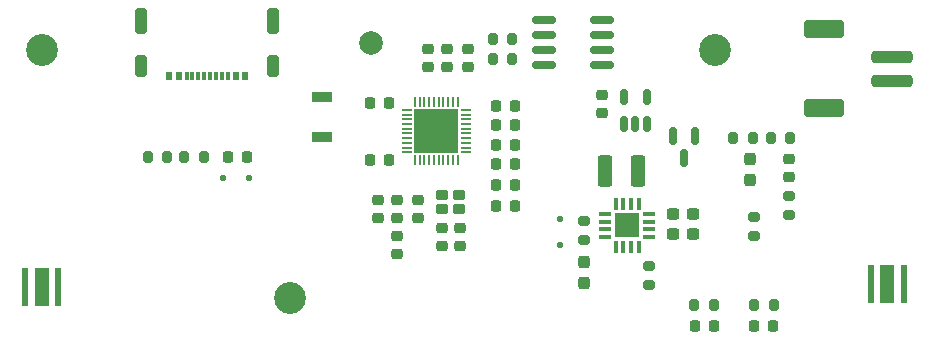
<source format=gbr>
%TF.GenerationSoftware,KiCad,Pcbnew,7.0.2*%
%TF.CreationDate,2023-06-13T00:37:22+02:00*%
%TF.ProjectId,DisplayU_Sisterboard,44697370-6c61-4795-955f-536973746572,rev?*%
%TF.SameCoordinates,Original*%
%TF.FileFunction,Soldermask,Top*%
%TF.FilePolarity,Negative*%
%FSLAX46Y46*%
G04 Gerber Fmt 4.6, Leading zero omitted, Abs format (unit mm)*
G04 Created by KiCad (PCBNEW 7.0.2) date 2023-06-13 00:37:22*
%MOMM*%
%LPD*%
G01*
G04 APERTURE LIST*
G04 Aperture macros list*
%AMRoundRect*
0 Rectangle with rounded corners*
0 $1 Rounding radius*
0 $2 $3 $4 $5 $6 $7 $8 $9 X,Y pos of 4 corners*
0 Add a 4 corners polygon primitive as box body*
4,1,4,$2,$3,$4,$5,$6,$7,$8,$9,$2,$3,0*
0 Add four circle primitives for the rounded corners*
1,1,$1+$1,$2,$3*
1,1,$1+$1,$4,$5*
1,1,$1+$1,$6,$7*
1,1,$1+$1,$8,$9*
0 Add four rect primitives between the rounded corners*
20,1,$1+$1,$2,$3,$4,$5,0*
20,1,$1+$1,$4,$5,$6,$7,0*
20,1,$1+$1,$6,$7,$8,$9,0*
20,1,$1+$1,$8,$9,$2,$3,0*%
%AMFreePoly0*
4,1,17,0.307538,1.085355,0.485355,0.907538,0.500000,0.872183,0.500000,-0.872183,0.485355,-0.907538,0.307538,-1.085355,0.272183,-1.100000,-0.272183,-1.100000,-0.307538,-1.085355,-0.485355,-0.907538,-0.500000,-0.872182,-0.500000,0.872183,-0.485355,0.907538,-0.307538,1.085355,-0.272183,1.100000,0.272183,1.100000,0.307538,1.085355,0.307538,1.085355,$1*%
%AMFreePoly1*
4,1,17,0.307538,0.885355,0.485355,0.707538,0.500000,0.672183,0.500000,-0.672183,0.485355,-0.707538,0.307538,-0.885355,0.272183,-0.900000,-0.272183,-0.900000,-0.307538,-0.885355,-0.485355,-0.707538,-0.500000,-0.672183,-0.500000,0.672183,-0.485355,0.707538,-0.307538,0.885355,-0.272183,0.900000,0.272183,0.900000,0.307538,0.885355,0.307538,0.885355,$1*%
G04 Aperture macros list end*
%ADD10RoundRect,0.225000X0.250000X-0.225000X0.250000X0.225000X-0.250000X0.225000X-0.250000X-0.225000X0*%
%ADD11RoundRect,0.218750X-0.218750X-0.256250X0.218750X-0.256250X0.218750X0.256250X-0.218750X0.256250X0*%
%ADD12RoundRect,0.125000X-0.125000X-0.125000X0.125000X-0.125000X0.125000X0.125000X-0.125000X0.125000X0*%
%ADD13RoundRect,0.225000X-0.250000X0.225000X-0.250000X-0.225000X0.250000X-0.225000X0.250000X0.225000X0*%
%ADD14C,2.700000*%
%ADD15RoundRect,0.200000X0.275000X-0.200000X0.275000X0.200000X-0.275000X0.200000X-0.275000X-0.200000X0*%
%ADD16RoundRect,0.050000X-0.050000X0.337500X-0.050000X-0.337500X0.050000X-0.337500X0.050000X0.337500X0*%
%ADD17RoundRect,0.050000X-0.337500X0.050000X-0.337500X-0.050000X0.337500X-0.050000X0.337500X0.050000X0*%
%ADD18R,3.800000X3.800000*%
%ADD19RoundRect,0.250000X-1.500000X0.250000X-1.500000X-0.250000X1.500000X-0.250000X1.500000X0.250000X0*%
%ADD20RoundRect,0.250001X-1.449999X0.499999X-1.449999X-0.499999X1.449999X-0.499999X1.449999X0.499999X0*%
%ADD21RoundRect,0.200000X0.200000X0.275000X-0.200000X0.275000X-0.200000X-0.275000X0.200000X-0.275000X0*%
%ADD22R,0.540000X0.800000*%
%ADD23R,0.300000X0.800000*%
%ADD24FreePoly0,0.000000*%
%ADD25FreePoly1,0.000000*%
%ADD26RoundRect,0.125000X-0.125000X0.125000X-0.125000X-0.125000X0.125000X-0.125000X0.125000X0.125000X0*%
%ADD27RoundRect,0.150000X-0.825000X-0.150000X0.825000X-0.150000X0.825000X0.150000X-0.825000X0.150000X0*%
%ADD28RoundRect,0.237500X0.300000X0.237500X-0.300000X0.237500X-0.300000X-0.237500X0.300000X-0.237500X0*%
%ADD29RoundRect,0.225000X-0.225000X-0.250000X0.225000X-0.250000X0.225000X0.250000X-0.225000X0.250000X0*%
%ADD30RoundRect,0.237500X-0.237500X0.300000X-0.237500X-0.300000X0.237500X-0.300000X0.237500X0.300000X0*%
%ADD31RoundRect,0.200000X-0.200000X-0.275000X0.200000X-0.275000X0.200000X0.275000X-0.200000X0.275000X0*%
%ADD32RoundRect,0.218750X0.218750X0.256250X-0.218750X0.256250X-0.218750X-0.256250X0.218750X-0.256250X0*%
%ADD33RoundRect,0.102000X-0.373000X-0.323000X0.373000X-0.323000X0.373000X0.323000X-0.373000X0.323000X0*%
%ADD34R,0.500000X3.300000*%
%ADD35R,1.300000X3.300000*%
%ADD36RoundRect,0.200000X-0.275000X0.200000X-0.275000X-0.200000X0.275000X-0.200000X0.275000X0.200000X0*%
%ADD37RoundRect,0.075000X-0.075000X0.462500X-0.075000X-0.462500X0.075000X-0.462500X0.075000X0.462500X0*%
%ADD38RoundRect,0.075000X-0.462500X0.075000X-0.462500X-0.075000X0.462500X-0.075000X0.462500X0.075000X0*%
%ADD39R,2.150000X2.150000*%
%ADD40RoundRect,0.225000X0.225000X0.250000X-0.225000X0.250000X-0.225000X-0.250000X0.225000X-0.250000X0*%
%ADD41RoundRect,0.218750X-0.256250X0.218750X-0.256250X-0.218750X0.256250X-0.218750X0.256250X0.218750X0*%
%ADD42RoundRect,0.218750X0.256250X-0.218750X0.256250X0.218750X-0.256250X0.218750X-0.256250X-0.218750X0*%
%ADD43RoundRect,0.250000X-0.375000X-1.075000X0.375000X-1.075000X0.375000X1.075000X-0.375000X1.075000X0*%
%ADD44C,2.000000*%
%ADD45RoundRect,0.150000X-0.150000X0.587500X-0.150000X-0.587500X0.150000X-0.587500X0.150000X0.587500X0*%
%ADD46RoundRect,0.150000X0.150000X-0.512500X0.150000X0.512500X-0.150000X0.512500X-0.150000X-0.512500X0*%
%ADD47R,1.700000X0.900000*%
G04 APERTURE END LIST*
D10*
%TO.C,C17*%
X-39871000Y-215397500D03*
X-39871000Y-213847500D03*
%TD*%
D11*
%TO.C,L4*%
X-37518200Y-222005400D03*
X-35943200Y-222005400D03*
%TD*%
D12*
%TO.C,D4*%
X-60650000Y-224820000D03*
X-58450000Y-224820000D03*
%TD*%
D13*
%TO.C,C6*%
X-40596000Y-229044000D03*
X-40596000Y-230594000D03*
%TD*%
D14*
%TO.C,REF\u002A\u002A*%
X-19000000Y-214000000D03*
%TD*%
D15*
%TO.C,R12*%
X-30095600Y-230092200D03*
X-30095600Y-228442200D03*
%TD*%
D16*
%TO.C,U1*%
X-40797500Y-218349500D03*
X-41197500Y-218349500D03*
X-41597500Y-218349500D03*
X-41997500Y-218349500D03*
X-42397500Y-218349500D03*
X-42797500Y-218349500D03*
X-43197500Y-218349500D03*
X-43597500Y-218349500D03*
X-43997500Y-218349500D03*
X-44397500Y-218349500D03*
D17*
X-45085000Y-219037000D03*
X-45085000Y-219437000D03*
X-45085000Y-219837000D03*
X-45085000Y-220237000D03*
X-45085000Y-220637000D03*
X-45085000Y-221037000D03*
X-45085000Y-221437000D03*
X-45085000Y-221837000D03*
X-45085000Y-222237000D03*
X-45085000Y-222637000D03*
D16*
X-44397500Y-223324500D03*
X-43997500Y-223324500D03*
X-43597500Y-223324500D03*
X-43197500Y-223324500D03*
X-42797500Y-223324500D03*
X-42397500Y-223324500D03*
X-41997500Y-223324500D03*
X-41597500Y-223324500D03*
X-41197500Y-223324500D03*
X-40797500Y-223324500D03*
D17*
X-40110000Y-222637000D03*
X-40110000Y-222237000D03*
X-40110000Y-221837000D03*
X-40110000Y-221437000D03*
X-40110000Y-221037000D03*
X-40110000Y-220637000D03*
X-40110000Y-220237000D03*
X-40110000Y-219837000D03*
X-40110000Y-219437000D03*
X-40110000Y-219037000D03*
D18*
X-42597500Y-220837000D03*
%TD*%
D19*
%TO.C,J1*%
X-3982600Y-214569800D03*
X-3982600Y-216569800D03*
D20*
X-9732600Y-212219800D03*
X-9732600Y-218919800D03*
%TD*%
D21*
%TO.C,R7*%
X-15824200Y-221437200D03*
X-17474200Y-221437200D03*
%TD*%
D13*
%TO.C,C16*%
X-44121500Y-226653000D03*
X-44121500Y-228203000D03*
%TD*%
D22*
%TO.C,J2*%
X-65191150Y-216200000D03*
X-58791150Y-216200000D03*
X-64391150Y-216200000D03*
X-59591150Y-216200000D03*
D23*
X-60741150Y-216200000D03*
X-61741150Y-216200000D03*
X-62241150Y-216200000D03*
X-63241150Y-216200000D03*
X-63741150Y-216200000D03*
X-62741150Y-216200000D03*
X-61241150Y-216200000D03*
X-60233150Y-216200000D03*
D24*
X-67566450Y-211500000D03*
D25*
X-67566450Y-215300000D03*
D24*
X-56415850Y-211500000D03*
D25*
X-56415550Y-215300000D03*
%TD*%
D21*
%TO.C,R13*%
X-19114000Y-235585000D03*
X-20764000Y-235585000D03*
%TD*%
D26*
%TO.C,D5*%
X-32127600Y-228314200D03*
X-32127600Y-230514200D03*
%TD*%
D14*
%TO.C,REF\u002A\u002A*%
X-55000000Y-235000000D03*
%TD*%
D27*
%TO.C,Q1*%
X-33477700Y-211413600D03*
X-33477700Y-212683600D03*
X-33477700Y-213953600D03*
X-33477700Y-215223600D03*
X-28527700Y-215223600D03*
X-28527700Y-213953600D03*
X-28527700Y-212683600D03*
X-28527700Y-211413600D03*
%TD*%
D28*
%TO.C,C13*%
X-20821100Y-229522700D03*
X-22546100Y-229522700D03*
%TD*%
D29*
%TO.C,C4*%
X-37505700Y-225434400D03*
X-35955700Y-225434400D03*
%TD*%
D21*
%TO.C,R5*%
X-36175000Y-214750000D03*
X-37825000Y-214750000D03*
%TD*%
D29*
%TO.C,C15*%
X-37505700Y-218703400D03*
X-35955700Y-218703400D03*
%TD*%
D30*
%TO.C,C10*%
X-30093800Y-231944500D03*
X-30093800Y-233669500D03*
%TD*%
D31*
%TO.C,R11*%
X-67035000Y-223010000D03*
X-65385000Y-223010000D03*
%TD*%
D32*
%TO.C,D12*%
X-19126000Y-237363000D03*
X-20701000Y-237363000D03*
%TD*%
%TO.C,D10*%
X-14097000Y-237363000D03*
X-15672000Y-237363000D03*
%TD*%
D30*
%TO.C,C14*%
X-16078200Y-223241700D03*
X-16078200Y-224966700D03*
%TD*%
D33*
%TO.C,X1*%
X-42120000Y-227400000D03*
X-40670000Y-227400000D03*
X-40670000Y-226250000D03*
X-42120000Y-226250000D03*
%TD*%
D34*
%TO.C,D3*%
X-3000000Y-233784990D03*
X-5800000Y-233784990D03*
D35*
X-4400000Y-233784990D03*
%TD*%
D10*
%TO.C,C1*%
X-41649000Y-215423500D03*
X-41649000Y-213873500D03*
%TD*%
D36*
%TO.C,R3*%
X-12776200Y-226327200D03*
X-12776200Y-227977200D03*
%TD*%
D37*
%TO.C,U4*%
X-25465600Y-226986200D03*
X-26115600Y-226986200D03*
X-26765600Y-226986200D03*
X-27415600Y-226986200D03*
D38*
X-28278100Y-227848700D03*
X-28278100Y-228498700D03*
X-28278100Y-229148700D03*
X-28278100Y-229798700D03*
D37*
X-27415600Y-230661200D03*
X-26765600Y-230661200D03*
X-26115600Y-230661200D03*
X-25465600Y-230661200D03*
D38*
X-24603100Y-229798700D03*
X-24603100Y-229148700D03*
X-24603100Y-228498700D03*
X-24603100Y-227848700D03*
D39*
X-26440600Y-228823700D03*
%TD*%
D40*
%TO.C,C19*%
X-46624500Y-218430500D03*
X-48174500Y-218430500D03*
%TD*%
D41*
%TO.C,F5*%
X-12776200Y-223164200D03*
X-12776200Y-224739200D03*
%TD*%
D21*
%TO.C,R9*%
X-62294000Y-223042000D03*
X-63944000Y-223042000D03*
%TD*%
D31*
%TO.C,R10*%
X-15684000Y-235585000D03*
X-14034000Y-235585000D03*
%TD*%
D41*
%TO.C,L2*%
X-45899500Y-229701500D03*
X-45899500Y-231276500D03*
%TD*%
D32*
%TO.C,L3*%
X-35968700Y-220354400D03*
X-37543700Y-220354400D03*
%TD*%
D21*
%TO.C,R6*%
X-12649200Y-221437200D03*
X-14299200Y-221437200D03*
%TD*%
D41*
%TO.C,L1*%
X-45899500Y-226653500D03*
X-45899500Y-228228500D03*
%TD*%
D13*
%TO.C,C7*%
X-42120000Y-229044000D03*
X-42120000Y-230594000D03*
%TD*%
D42*
%TO.C,F1*%
X-28600200Y-219319700D03*
X-28600200Y-217744700D03*
%TD*%
D43*
%TO.C,L5*%
X-28290600Y-224188700D03*
X-25490600Y-224188700D03*
%TD*%
D10*
%TO.C,C3*%
X-47550500Y-228216000D03*
X-47550500Y-226666000D03*
%TD*%
D15*
%TO.C,R2*%
X-15700000Y-229750000D03*
X-15700000Y-228100000D03*
%TD*%
D34*
%TO.C,D2*%
X-77400000Y-234000000D03*
X-74600000Y-234000000D03*
D35*
X-76000000Y-234000000D03*
%TD*%
D36*
%TO.C,R14*%
X-24604600Y-232253700D03*
X-24604600Y-233903700D03*
%TD*%
D10*
%TO.C,C18*%
X-43300000Y-215397500D03*
X-43300000Y-213847500D03*
%TD*%
D21*
%TO.C,R4*%
X-36175000Y-213000000D03*
X-37825000Y-213000000D03*
%TD*%
D44*
%TO.C,TP1*%
X-48100000Y-213400000D03*
%TD*%
D29*
%TO.C,C21*%
X-60198000Y-223042000D03*
X-58648000Y-223042000D03*
%TD*%
D45*
%TO.C,Q2*%
X-20659600Y-221263200D03*
X-22559600Y-221263200D03*
X-21609600Y-223138200D03*
%TD*%
D40*
%TO.C,C20*%
X-46624500Y-223256500D03*
X-48174500Y-223256500D03*
%TD*%
D14*
%TO.C,REF\u002A\u002A*%
X-76000000Y-214000000D03*
%TD*%
D29*
%TO.C,C5*%
X-37505700Y-223656400D03*
X-35955700Y-223656400D03*
%TD*%
D28*
%TO.C,C12*%
X-20821100Y-227871700D03*
X-22546100Y-227871700D03*
%TD*%
D29*
%TO.C,C2*%
X-37505700Y-227212400D03*
X-35955700Y-227212400D03*
%TD*%
D46*
%TO.C,U3*%
X-26690200Y-220203100D03*
X-25740200Y-220203100D03*
X-24790200Y-220203100D03*
X-24790200Y-217928100D03*
X-26690200Y-217928100D03*
%TD*%
D47*
%TO.C,RST*%
X-52298600Y-221333800D03*
X-52298600Y-217933800D03*
%TD*%
M02*

</source>
